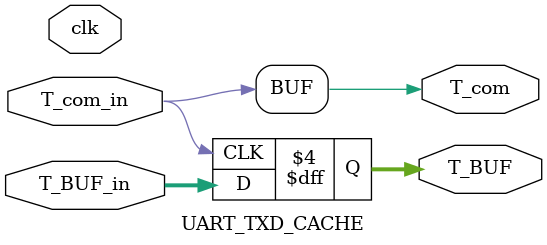
<source format=v>
module UART_TXD_CACHE(input T_com_in,
							 input clk,
							 input [7:0] T_BUF_in,
							 output T_com,
							 output reg[7:0]  T_BUF);
	always@(posedge T_com)
		T_BUF<=T_BUF_in;
	reg [2:0] com_reg;
	assign T_com = T_com_in;
	always@(posedge clk)begin
		com_reg <= {com_reg[1:0],T_com_in};
		end
endmodule 
</source>
